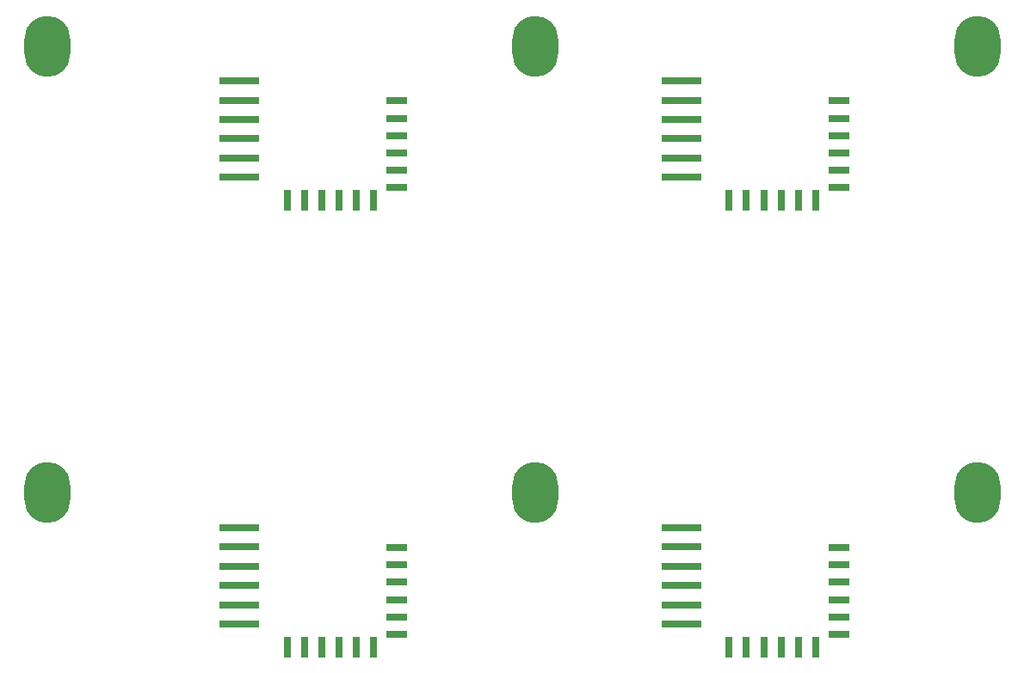
<source format=gbp>
G04 #@! TF.GenerationSoftware,KiCad,Pcbnew,(7.0.0)*
G04 #@! TF.CreationDate,2023-04-30T09:27:40+02:00*
G04 #@! TF.ProjectId,IKEA_Button2,494b4541-5f42-4757-9474-6f6e322e6b69,rev?*
G04 #@! TF.SameCoordinates,Original*
G04 #@! TF.FileFunction,Paste,Bot*
G04 #@! TF.FilePolarity,Positive*
%FSLAX46Y46*%
G04 Gerber Fmt 4.6, Leading zero omitted, Abs format (unit mm)*
G04 Created by KiCad (PCBNEW (7.0.0)) date 2023-04-30 09:27:40*
%MOMM*%
%LPD*%
G01*
G04 APERTURE LIST*
%ADD10O,4.500000X6.000000*%
%ADD11R,2.000000X0.800000*%
%ADD12R,0.800000X2.000000*%
%ADD13R,4.000000X0.800000*%
G04 APERTURE END LIST*
D10*
X78499999Y-84999999D03*
D11*
X64866999Y-90397999D03*
X64866999Y-92107999D03*
X64866999Y-93817999D03*
X64866999Y-95527999D03*
X64866999Y-97237999D03*
X64866999Y-98947999D03*
D12*
X62636999Y-100177999D03*
X60926999Y-100177999D03*
X59216999Y-100177999D03*
X57506999Y-100177999D03*
X55796999Y-100177999D03*
X54086999Y-100177999D03*
D13*
X49366999Y-97927999D03*
X49366999Y-96027999D03*
X49366999Y-94127999D03*
X49366999Y-92227999D03*
X49366999Y-90327999D03*
X49366999Y-88427999D03*
D11*
X64866999Y-46397999D03*
X64866999Y-48107999D03*
X64866999Y-49817999D03*
X64866999Y-51527999D03*
X64866999Y-53237999D03*
X64866999Y-54947999D03*
D12*
X62636999Y-56177999D03*
X60926999Y-56177999D03*
X59216999Y-56177999D03*
X57506999Y-56177999D03*
X55796999Y-56177999D03*
X54086999Y-56177999D03*
D13*
X49366999Y-53927999D03*
X49366999Y-52027999D03*
X49366999Y-50127999D03*
X49366999Y-48227999D03*
X49366999Y-46327999D03*
X49366999Y-44427999D03*
D11*
X108366999Y-90397999D03*
X108366999Y-92107999D03*
X108366999Y-93817999D03*
X108366999Y-95527999D03*
X108366999Y-97237999D03*
X108366999Y-98947999D03*
D12*
X106136999Y-100177999D03*
X104426999Y-100177999D03*
X102716999Y-100177999D03*
X101006999Y-100177999D03*
X99296999Y-100177999D03*
X97586999Y-100177999D03*
D13*
X92866999Y-97927999D03*
X92866999Y-96027999D03*
X92866999Y-94127999D03*
X92866999Y-92227999D03*
X92866999Y-90327999D03*
X92866999Y-88427999D03*
D11*
X108366999Y-46397999D03*
X108366999Y-48107999D03*
X108366999Y-49817999D03*
X108366999Y-51527999D03*
X108366999Y-53237999D03*
X108366999Y-54947999D03*
D12*
X106136999Y-56177999D03*
X104426999Y-56177999D03*
X102716999Y-56177999D03*
X101006999Y-56177999D03*
X99296999Y-56177999D03*
X97586999Y-56177999D03*
D13*
X92866999Y-53927999D03*
X92866999Y-52027999D03*
X92866999Y-50127999D03*
X92866999Y-48227999D03*
X92866999Y-46327999D03*
X92866999Y-44427999D03*
D10*
X78499999Y-40999999D03*
X121999999Y-84999999D03*
X30499999Y-84999999D03*
X30499999Y-40999999D03*
X121999999Y-40999999D03*
M02*

</source>
